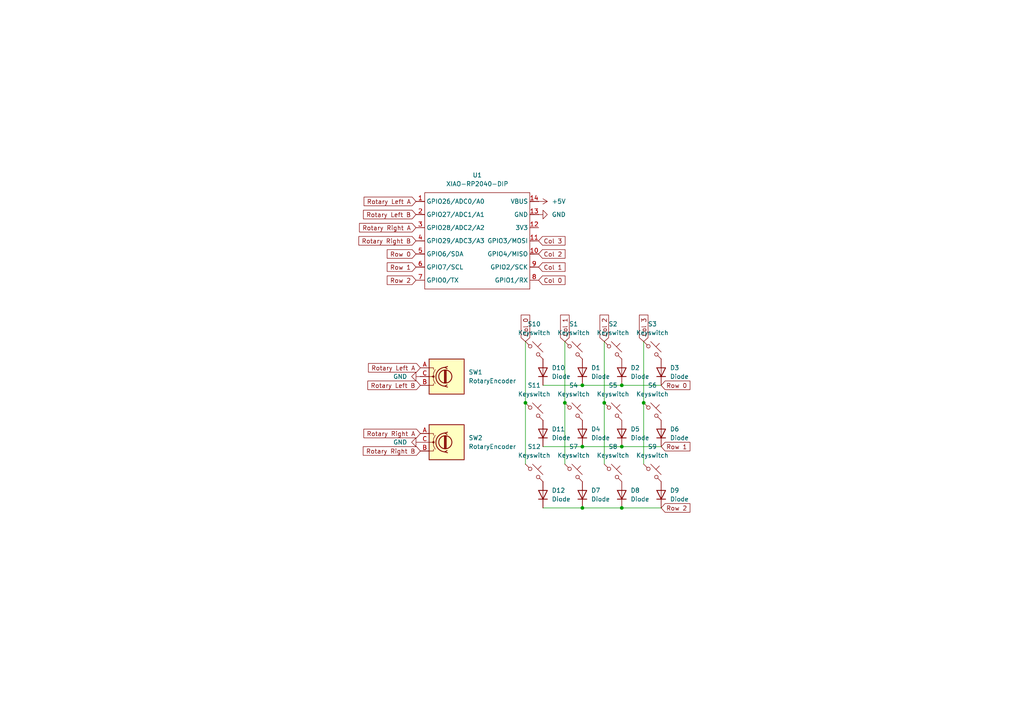
<source format=kicad_sch>
(kicad_sch (version 20231120) (generator "eeschema") (generator_version "8.0")
  (paper "A4")
  (lib_symbols
    (symbol "Device:RotaryEncoder" (pin_names (offset 0.254) hide)
      (property "Reference" "SW" (at 0 6.604 0))
      (property "Value" "RotaryEncoder" (at 0 -6.604 0))
      (symbol "RotaryEncoder_0_1"
        (rectangle (start -5.08 5.08) (end 5.08 -5.08) (stroke (width 0.254)) (fill (type background)))
        (circle (center -3.81 0) (radius 0.254) (fill (type outline)))
        (circle (center -0.381 0) (radius 1.905) (stroke (width 0.254)))
        (arc (start -0.381 2.667) (mid -3.0988 -0.0635) (end -0.381 -2.794) (stroke (width 0.254)))
        (polyline (pts (xy -0.635 -1.778) (xy -0.635 1.778)) (stroke (width 0.254)))
        (polyline (pts (xy -0.381 -1.778) (xy -0.381 1.778)) (stroke (width 0.254)))
        (polyline (pts (xy -0.127 1.778) (xy -0.127 -1.778)) (stroke (width 0.254)))
        (polyline (pts (xy -5.08 -2.54) (xy -3.81 -2.54) (xy -3.81 -2.032)))
        (polyline (pts (xy -5.08 2.54) (xy -3.81 2.54) (xy -3.81 2.032)))
        (polyline (pts (xy 0.254 -3.048) (xy -0.508 -2.794) (xy 0.127 -2.413)) (stroke (width 0.254)))
        (polyline (pts (xy 0.254 2.921) (xy -0.508 2.667) (xy 0.127 2.286)) (stroke (width 0.254)))
        (polyline (pts (xy -5.08 0) (xy -3.81 0) (xy -3.81 -1.016) (xy -3.302 -2.032)))
        (polyline (pts (xy -4.318 0) (xy -3.81 0) (xy -3.81 1.016) (xy -3.302 2.032)))
      )
      (symbol "RotaryEncoder_1_1"
        (pin passive line (at -7.62 2.54 0) (length 2.54) (name "A") (number "A"))
        (pin passive line (at -7.62 -2.54 0) (length 2.54) (name "B") (number "B"))
        (pin passive line (at -7.62 0 0) (length 2.54) (name "C") (number "C"))
      )
    )
    (symbol "OPL:XIAO-RP2040-DIP"
      (property "Reference" "U" (at 0 0 0))
      (property "Value" "XIAO-RP2040-DIP" (at 5.334 -1.778 0))
      (symbol "XIAO-RP2040-DIP_1_0"
        (polyline (pts (xy -1.27 -30.48) (xy -1.27 -16.51)) (stroke (width 0.1524)))
        (polyline (pts (xy -1.27 -27.94) (xy -2.54 -27.94)) (stroke (width 0.1524)))
        (polyline (pts (xy -1.27 -24.13) (xy -2.54 -24.13)) (stroke (width 0.1524)))
        (polyline (pts (xy -1.27 -20.32) (xy -2.54 -20.32)) (stroke (width 0.1524)))
        (polyline (pts (xy -1.27 -16.51) (xy -2.54 -16.51)) (stroke (width 0.1524)))
        (polyline (pts (xy -1.27 -16.51) (xy -1.27 -12.7)) (stroke (width 0.1524)))
        (polyline (pts (xy -1.27 -12.7) (xy -2.54 -12.7)) (stroke (width 0.1524)))
        (polyline (pts (xy -1.27 -12.7) (xy -1.27 -8.89)) (stroke (width 0.1524)))
        (polyline (pts (xy -1.27 -8.89) (xy -2.54 -8.89)) (stroke (width 0.1524)))
        (polyline (pts (xy -1.27 -8.89) (xy -1.27 -5.08)) (stroke (width 0.1524)))
        (polyline (pts (xy -1.27 -5.08) (xy -2.54 -5.08)) (stroke (width 0.1524)))
        (polyline (pts (xy -1.27 -5.08) (xy -1.27 -2.54)) (stroke (width 0.1524)))
        (polyline (pts (xy -1.27 -2.54) (xy 29.21 -2.54)) (stroke (width 0.1524)))
        (polyline (pts (xy 29.21 -30.48) (xy -1.27 -30.48)) (stroke (width 0.1524)))
        (polyline (pts (xy 29.21 -12.7) (xy 29.21 -30.48)) (stroke (width 0.1524)))
        (polyline (pts (xy 29.21 -8.89) (xy 29.21 -12.7)) (stroke (width 0.1524)))
        (polyline (pts (xy 29.21 -5.08) (xy 29.21 -8.89)) (stroke (width 0.1524)))
        (polyline (pts (xy 29.21 -2.54) (xy 29.21 -5.08)) (stroke (width 0.1524)))
        (polyline (pts (xy 30.48 -27.94) (xy 29.21 -27.94)) (stroke (width 0.1524)))
        (polyline (pts (xy 30.48 -24.13) (xy 29.21 -24.13)) (stroke (width 0.1524)))
        (polyline (pts (xy 30.48 -20.32) (xy 29.21 -20.32)) (stroke (width 0.1524)))
        (polyline (pts (xy 30.48 -16.51) (xy 29.21 -16.51)) (stroke (width 0.1524)))
        (polyline (pts (xy 30.48 -12.7) (xy 29.21 -12.7)) (stroke (width 0.1524)))
        (polyline (pts (xy 30.48 -8.89) (xy 29.21 -8.89)) (stroke (width 0.1524)))
        (polyline (pts (xy 30.48 -5.08) (xy 29.21 -5.08)) (stroke (width 0.1524)))
        (pin passive line (at -3.81 -5.08 0) (length 2.54) (name "GPIO26/ADC0/A0") (number "1"))
        (pin passive line (at 31.75 -20.32 180) (length 2.54) (name "GPIO4/MISO") (number "10"))
        (pin passive line (at 31.75 -16.51 180) (length 2.54) (name "GPIO3/MOSI") (number "11"))
        (pin passive line (at 31.75 -12.7 180) (length 2.54) (name "3V3") (number "12"))
        (pin passive line (at 31.75 -8.89 180) (length 2.54) (name "GND") (number "13"))
        (pin passive line (at 31.75 -5.08 180) (length 2.54) (name "VBUS") (number "14"))
        (pin passive line (at -3.81 -8.89 0) (length 2.54) (name "GPIO27/ADC1/A1") (number "2"))
        (pin passive line (at -3.81 -12.7 0) (length 2.54) (name "GPIO28/ADC2/A2") (number "3"))
        (pin passive line (at -3.81 -16.51 0) (length 2.54) (name "GPIO29/ADC3/A3") (number "4"))
        (pin passive line (at -3.81 -20.32 0) (length 2.54) (name "GPIO6/SDA") (number "5"))
        (pin passive line (at -3.81 -24.13 0) (length 2.54) (name "GPIO7/SCL") (number "6"))
        (pin passive line (at -3.81 -27.94 0) (length 2.54) (name "GPIO0/TX") (number "7"))
        (pin passive line (at 31.75 -27.94 180) (length 2.54) (name "GPIO1/RX") (number "8"))
        (pin passive line (at 31.75 -24.13 180) (length 2.54) (name "GPIO2/SCK") (number "9"))
      )
    )
    (symbol "ScottoKeebs:Placeholder_Diode" (pin_numbers hide) (pin_names hide)
      (property "Reference" "D" (at 0 2.54 0))
      (property "Value" "Diode" (at 0 -2.54 0))
      (symbol "Placeholder_Diode_0_1"
        (polyline (pts (xy -1.27 1.27) (xy -1.27 -1.27)) (stroke (width 0.254)))
        (polyline (pts (xy 1.27 0) (xy -1.27 0)))
        (polyline (pts (xy 1.27 1.27) (xy 1.27 -1.27) (xy -1.27 0) (xy 1.27 1.27)) (stroke (width 0.254)))
      )
      (symbol "Placeholder_Diode_1_1"
        (pin passive line (at -3.81 0 0) (length 2.54) (name "K") (number "1"))
        (pin passive line (at 3.81 0 180) (length 2.54) (name "A") (number "2"))
      )
    )
    (symbol "ScottoKeebs:Placeholder_Keyswitch" (pin_numbers hide) (pin_names (offset 1.016) hide)
      (property "Reference" "S" (at 3.048 1.016 0))
      (property "Value" "Keyswitch" (at 0 -3.81 0))
      (symbol "Placeholder_Keyswitch_0_1"
        (circle (center -1.1684 1.1684) (radius 0.508))
        (polyline (pts (xy -0.508 2.54) (xy 2.54 -0.508)))
        (polyline (pts (xy 1.016 1.016) (xy 2.032 2.032)))
        (polyline (pts (xy -2.54 2.54) (xy -1.524 1.524) (xy -1.524 1.524)))
        (polyline (pts (xy 1.524 -1.524) (xy 2.54 -2.54) (xy 2.54 -2.54) (xy 2.54 -2.54)))
        (circle (center 1.143 -1.1938) (radius 0.508))
        (pin passive line (at -2.54 2.54 0) (length 0) (name "1") (number "1"))
        (pin passive line (at 2.54 -2.54 180) (length 0) (name "2") (number "2"))
      )
    )
    (symbol "power:+5V" (power) (pin_numbers hide) (pin_names (offset 0) hide)
      (property "Value" "+5V" (at 0 3.556 0))
      (symbol "+5V_0_1"
        (polyline (pts (xy -0.762 1.27) (xy 0 2.54)))
        (polyline (pts (xy 0 0) (xy 0 2.54)))
        (polyline (pts (xy 0 2.54) (xy 0.762 1.27)))
      )
      (symbol "+5V_1_1"
        (pin power_in line (at 0 0 90) (length 0) (name "~") (number "1"))
      )
    )
    (symbol "power:GND" (power) (pin_numbers hide) (pin_names (offset 0) hide)
      (property "Value" "GND" (at 0 -3.81 0))
      (symbol "GND_0_1"
        (polyline (pts (xy 0 0) (xy 0 -1.27) (xy 1.27 -1.27) (xy 0 -2.54) (xy -1.27 -1.27) (xy 0 -1.27)))
      )
      (symbol "GND_1_1"
        (pin power_in line (at 0 0 270) (length 0) (name "~") (number "1"))
      )
    )
  )
  (junction (at 180.34 111.76))
  (junction (at 168.91 111.76))
  (junction (at 180.34 129.54))
  (junction (at 175.26 116.84))
  (junction (at 163.83 116.84))
  (junction (at 152.4 116.84))
  (junction (at 168.91 147.32))
  (junction (at 186.69 116.84))
  (junction (at 180.34 147.32))
  (junction (at 168.91 129.54))
  (wire (pts (xy 152.4 116.84) (xy 152.4 134.62)))
  (wire (pts (xy 175.26 116.84) (xy 175.26 134.62)))
  (wire (pts (xy 157.48 129.54) (xy 168.91 129.54)))
  (wire (pts (xy 175.26 99.06) (xy 175.26 116.84)))
  (wire (pts (xy 180.34 111.76) (xy 191.77 111.76)))
  (wire (pts (xy 180.34 147.32) (xy 191.77 147.32)))
  (wire (pts (xy 157.48 147.32) (xy 168.91 147.32)))
  (wire (pts (xy 163.83 116.84) (xy 163.83 134.62)))
  (wire (pts (xy 157.48 111.76) (xy 168.91 111.76)))
  (wire (pts (xy 163.83 99.06) (xy 163.83 116.84)))
  (wire (pts (xy 168.91 111.76) (xy 180.34 111.76)))
  (wire (pts (xy 168.91 147.32) (xy 180.34 147.32)))
  (wire (pts (xy 180.34 129.54) (xy 191.77 129.54)))
  (wire (pts (xy 152.4 99.06) (xy 152.4 116.84)))
  (wire (pts (xy 186.69 116.84) (xy 186.69 134.62)))
  (wire (pts (xy 186.69 99.06) (xy 186.69 116.84)))
  (wire (pts (xy 168.91 129.54) (xy 180.34 129.54)))
  (global_label "Col 0" (shape input) (at 156.21 81.28 0) (property "Intersheetrefs" "${INTERSHEET_REFS}" (effects (hide yes))))
  (global_label "Col 1" (shape input) (at 163.83 99.06 90) (property "Intersheetrefs" "${INTERSHEET_REFS}" (effects (hide yes))))
  (global_label "Rotary Left B" (shape input) (at 121.92 111.76 180) (property "Intersheetrefs" "${INTERSHEET_REFS}" (effects (hide yes))))
  (global_label "Rotary Left A" (shape input) (at 120.65 58.42 180) (property "Intersheetrefs" "${INTERSHEET_REFS}" (effects (hide yes))))
  (global_label "Rotary Right A" (shape input) (at 121.92 125.73 180) (property "Intersheetrefs" "${INTERSHEET_REFS}" (effects (hide yes))))
  (global_label "Rotary Right A" (shape input) (at 120.65 66.04 180) (property "Intersheetrefs" "${INTERSHEET_REFS}" (effects (hide yes))))
  (global_label "Col 2" (shape input) (at 175.26 99.06 90) (property "Intersheetrefs" "${INTERSHEET_REFS}" (effects (hide yes))))
  (global_label "Col 3" (shape input) (at 156.21 69.85 0) (property "Intersheetrefs" "${INTERSHEET_REFS}" (effects (hide yes))))
  (global_label "Row 1" (shape input) (at 120.65 77.47 180) (property "Intersheetrefs" "${INTERSHEET_REFS}" (effects (hide yes))))
  (global_label "Col 0" (shape input) (at 152.4 99.06 90) (property "Intersheetrefs" "${INTERSHEET_REFS}" (effects (hide yes))))
  (global_label "Rotary Right B" (shape input) (at 120.65 69.85 180) (property "Intersheetrefs" "${INTERSHEET_REFS}" (effects (hide yes))))
  (global_label "Rotary Left A" (shape input) (at 121.92 106.68 180) (property "Intersheetrefs" "${INTERSHEET_REFS}" (effects (hide yes))))
  (global_label "Col 2" (shape input) (at 156.21 73.66 0) (property "Intersheetrefs" "${INTERSHEET_REFS}" (effects (hide yes))))
  (global_label "Row 0" (shape input) (at 120.65 73.66 180) (property "Intersheetrefs" "${INTERSHEET_REFS}" (effects (hide yes))))
  (global_label "Col 1" (shape input) (at 156.21 77.47 0) (property "Intersheetrefs" "${INTERSHEET_REFS}" (effects (hide yes))))
  (global_label "Rotary Right B" (shape input) (at 121.92 130.81 180) (property "Intersheetrefs" "${INTERSHEET_REFS}" (effects (hide yes))))
  (global_label "Row 2" (shape input) (at 191.77 147.32 0) (property "Intersheetrefs" "${INTERSHEET_REFS}" (effects (hide yes))))
  (global_label "Col 3" (shape input) (at 186.69 99.06 90) (property "Intersheetrefs" "${INTERSHEET_REFS}" (effects (hide yes))))
  (global_label "Row 0" (shape input) (at 191.77 111.76 0) (property "Intersheetrefs" "${INTERSHEET_REFS}" (effects (hide yes))))
  (global_label "Row 2" (shape input) (at 120.65 81.28 180) (property "Intersheetrefs" "${INTERSHEET_REFS}" (effects (hide yes))))
  (global_label "Row 1" (shape input) (at 191.77 129.54 0) (property "Intersheetrefs" "${INTERSHEET_REFS}" (effects (hide yes))))
  (global_label "Rotary Left B" (shape input) (at 120.65 62.23 180) (property "Intersheetrefs" "${INTERSHEET_REFS}" (effects (hide yes))))
  (symbol (lib_id "ScottoKeebs:Placeholder_Keyswitch") (at 177.8 119.38 0) (unit 1)
    (property "Reference" "S5" (at 177.8 111.76 0))
    (property "Value" "Keyswitch" (at 177.8 114.3 0))
    (property "Footprint" "ScottoKeebs_MX:MX_PCB_1.00u" (effects (hide yes)))
    (property "Description" "Push button switch, normally open, two pins, 45° tilted" (effects (hide yes)))
  )
  (symbol (lib_id "Device:RotaryEncoder") (at 129.54 128.27 0) (unit 1)
    (property "Reference" "SW2" (at 135.89 126.9999 0) (effects (justify left)))
    (property "Value" "RotaryEncoder" (at 135.89 129.5399 0) (effects (justify left)))
    (property "Footprint" "Rotary_Encoder:RotaryEncoder_Alps_EC11E-Switch_Vertical_H20mm_CircularMountingHoles" (effects (hide yes)))
    (property "Description" "Rotary encoder, dual channel, incremental quadrate outputs" (effects (hide yes)))
  )
  (symbol (lib_id "ScottoKeebs:Placeholder_Keyswitch") (at 189.23 137.16 0) (unit 1)
    (property "Reference" "S9" (at 189.23 129.54 0))
    (property "Value" "Keyswitch" (at 189.23 132.08 0))
    (property "Footprint" "ScottoKeebs_MX:MX_PCB_1.00u" (effects (hide yes)))
    (property "Description" "Push button switch, normally open, two pins, 45° tilted" (effects (hide yes)))
  )
  (symbol (lib_id "ScottoKeebs:Placeholder_Keyswitch") (at 189.23 101.6 0) (unit 1)
    (property "Reference" "S3" (at 189.23 93.98 0))
    (property "Value" "Keyswitch" (at 189.23 96.52 0))
    (property "Footprint" "ScottoKeebs_MX:MX_PCB_1.00u" (effects (hide yes)))
    (property "Description" "Push button switch, normally open, two pins, 45° tilted" (effects (hide yes)))
  )
  (symbol (lib_id "ScottoKeebs:Placeholder_Keyswitch") (at 189.23 119.38 0) (unit 1)
    (property "Reference" "S6" (at 189.23 111.76 0))
    (property "Value" "Keyswitch" (at 189.23 114.3 0))
    (property "Footprint" "ScottoKeebs_MX:MX_PCB_1.00u" (effects (hide yes)))
    (property "Description" "Push button switch, normally open, two pins, 45° tilted" (effects (hide yes)))
  )
  (symbol (lib_id "ScottoKeebs:Placeholder_Diode") (at 157.48 107.95 90) (unit 1)
    (property "Reference" "D10" (at 160.02 106.6799 90) (effects (justify right)))
    (property "Value" "Diode" (at 160.02 109.2199 90) (effects (justify right)))
    (property "Footprint" "ScottoKeebs_Components:Diode_DO-35" (effects (hide yes)))
    (property "Description" "1N4148 (DO-35) or 1N4148W (SOD-123)" (effects (hide yes)))
    (property "Sim.Device" "D" (effects (hide yes)))
    (property "Sim.Pins" "1=K 2=A" (effects (hide yes)))
  )
  (symbol (lib_id "Device:RotaryEncoder") (at 129.54 109.22 0) (unit 1)
    (property "Reference" "SW1" (at 135.89 107.9499 0) (effects (justify left)))
    (property "Value" "RotaryEncoder" (at 135.89 110.4899 0) (effects (justify left)))
    (property "Footprint" "Rotary_Encoder:RotaryEncoder_Alps_EC11E-Switch_Vertical_H20mm_CircularMountingHoles" (effects (hide yes)))
    (property "Description" "Rotary encoder, dual channel, incremental quadrate outputs" (effects (hide yes)))
  )
  (symbol (lib_id "ScottoKeebs:Placeholder_Keyswitch") (at 154.94 137.16 0) (unit 1)
    (property "Reference" "S12" (at 154.94 129.54 0))
    (property "Value" "Keyswitch" (at 154.94 132.08 0))
    (property "Footprint" "ScottoKeebs_MX:MX_PCB_1.00u" (effects (hide yes)))
    (property "Description" "Push button switch, normally open, two pins, 45° tilted" (effects (hide yes)))
  )
  (symbol (lib_id "ScottoKeebs:Placeholder_Diode") (at 168.91 125.73 90) (unit 1)
    (property "Reference" "D4" (at 171.45 124.4599 90) (effects (justify right)))
    (property "Value" "Diode" (at 171.45 126.9999 90) (effects (justify right)))
    (property "Footprint" "ScottoKeebs_Components:Diode_DO-35" (effects (hide yes)))
    (property "Description" "1N4148 (DO-35) or 1N4148W (SOD-123)" (effects (hide yes)))
    (property "Sim.Device" "D" (effects (hide yes)))
    (property "Sim.Pins" "1=K 2=A" (effects (hide yes)))
  )
  (symbol (lib_id "ScottoKeebs:Placeholder_Diode") (at 168.91 143.51 90) (unit 1)
    (property "Reference" "D7" (at 171.45 142.2399 90) (effects (justify right)))
    (property "Value" "Diode" (at 171.45 144.7799 90) (effects (justify right)))
    (property "Footprint" "ScottoKeebs_Components:Diode_DO-35" (effects (hide yes)))
    (property "Description" "1N4148 (DO-35) or 1N4148W (SOD-123)" (effects (hide yes)))
    (property "Sim.Device" "D" (effects (hide yes)))
    (property "Sim.Pins" "1=K 2=A" (effects (hide yes)))
  )
  (symbol (lib_id "ScottoKeebs:Placeholder_Diode") (at 191.77 107.95 90) (unit 1)
    (property "Reference" "D3" (at 194.31 106.6799 90) (effects (justify right)))
    (property "Value" "Diode" (at 194.31 109.2199 90) (effects (justify right)))
    (property "Footprint" "ScottoKeebs_Components:Diode_DO-35" (effects (hide yes)))
    (property "Description" "1N4148 (DO-35) or 1N4148W (SOD-123)" (effects (hide yes)))
    (property "Sim.Device" "D" (effects (hide yes)))
    (property "Sim.Pins" "1=K 2=A" (effects (hide yes)))
  )
  (symbol (lib_id "ScottoKeebs:Placeholder_Diode") (at 191.77 143.51 90) (unit 1)
    (property "Reference" "D9" (at 194.31 142.2399 90) (effects (justify right)))
    (property "Value" "Diode" (at 194.31 144.7799 90) (effects (justify right)))
    (property "Footprint" "ScottoKeebs_Components:Diode_DO-35" (effects (hide yes)))
    (property "Description" "1N4148 (DO-35) or 1N4148W (SOD-123)" (effects (hide yes)))
    (property "Sim.Device" "D" (effects (hide yes)))
    (property "Sim.Pins" "1=K 2=A" (effects (hide yes)))
  )
  (symbol (lib_id "power:+5V") (at 156.21 58.42 270) (unit 1)
    (property "Reference" "#PWR02" (effects (hide yes)))
    (property "Value" "+5V" (at 160.02 58.4199 90) (effects (justify left)))
    (property "Description" "Power symbol creates a global label with name \"+5V\"" (effects (hide yes)))
  )
  (symbol (lib_id "ScottoKeebs:Placeholder_Diode") (at 191.77 125.73 90) (unit 1)
    (property "Reference" "D6" (at 194.31 124.4599 90) (effects (justify right)))
    (property "Value" "Diode" (at 194.31 126.9999 90) (effects (justify right)))
    (property "Footprint" "ScottoKeebs_Components:Diode_DO-35" (effects (hide yes)))
    (property "Description" "1N4148 (DO-35) or 1N4148W (SOD-123)" (effects (hide yes)))
    (property "Sim.Device" "D" (effects (hide yes)))
    (property "Sim.Pins" "1=K 2=A" (effects (hide yes)))
  )
  (symbol (lib_id "power:GND") (at 121.92 109.22 270) (unit 1)
    (property "Reference" "#PWR03" (effects (hide yes)))
    (property "Value" "GND" (at 118.11 109.2199 90) (effects (justify right)))
    (property "Description" "Power symbol creates a global label with name \"GND\" , ground" (effects (hide yes)))
  )
  (symbol (lib_id "ScottoKeebs:Placeholder_Diode") (at 180.34 143.51 90) (unit 1)
    (property "Reference" "D8" (at 182.88 142.2399 90) (effects (justify right)))
    (property "Value" "Diode" (at 182.88 144.7799 90) (effects (justify right)))
    (property "Footprint" "ScottoKeebs_Components:Diode_DO-35" (effects (hide yes)))
    (property "Description" "1N4148 (DO-35) or 1N4148W (SOD-123)" (effects (hide yes)))
    (property "Sim.Device" "D" (effects (hide yes)))
    (property "Sim.Pins" "1=K 2=A" (effects (hide yes)))
  )
  (symbol (lib_id "OPL:XIAO-RP2040-DIP") (at 124.46 53.34 0) (unit 1)
    (property "Reference" "U1" (at 138.43 50.8 0))
    (property "Value" "XIAO-RP2040-DIP" (at 138.43 53.34 0))
    (property "Footprint" "XIAO-RP2040-DIP" (effects (hide yes)))
  )
  (symbol (lib_id "ScottoKeebs:Placeholder_Diode") (at 157.48 143.51 90) (unit 1)
    (property "Reference" "D12" (at 160.02 142.2399 90) (effects (justify right)))
    (property "Value" "Diode" (at 160.02 144.7799 90) (effects (justify right)))
    (property "Footprint" "ScottoKeebs_Components:Diode_DO-35" (effects (hide yes)))
    (property "Description" "1N4148 (DO-35) or 1N4148W (SOD-123)" (effects (hide yes)))
    (property "Sim.Device" "D" (effects (hide yes)))
    (property "Sim.Pins" "1=K 2=A" (effects (hide yes)))
  )
  (symbol (lib_id "ScottoKeebs:Placeholder_Diode") (at 180.34 107.95 90) (unit 1)
    (property "Reference" "D2" (at 182.88 106.6799 90) (effects (justify right)))
    (property "Value" "Diode" (at 182.88 109.2199 90) (effects (justify right)))
    (property "Footprint" "ScottoKeebs_Components:Diode_DO-35" (effects (hide yes)))
    (property "Description" "1N4148 (DO-35) or 1N4148W (SOD-123)" (effects (hide yes)))
    (property "Sim.Device" "D" (effects (hide yes)))
    (property "Sim.Pins" "1=K 2=A" (effects (hide yes)))
  )
  (symbol (lib_id "ScottoKeebs:Placeholder_Diode") (at 157.48 125.73 90) (unit 1)
    (property "Reference" "D11" (at 160.02 124.4599 90) (effects (justify right)))
    (property "Value" "Diode" (at 160.02 126.9999 90) (effects (justify right)))
    (property "Footprint" "ScottoKeebs_Components:Diode_DO-35" (effects (hide yes)))
    (property "Description" "1N4148 (DO-35) or 1N4148W (SOD-123)" (effects (hide yes)))
    (property "Sim.Device" "D" (effects (hide yes)))
    (property "Sim.Pins" "1=K 2=A" (effects (hide yes)))
  )
  (symbol (lib_id "ScottoKeebs:Placeholder_Keyswitch") (at 166.37 101.6 0) (unit 1)
    (property "Reference" "S1" (at 166.37 93.98 0))
    (property "Value" "Keyswitch" (at 166.37 96.52 0))
    (property "Footprint" "ScottoKeebs_MX:MX_PCB_1.00u" (effects (hide yes)))
    (property "Description" "Push button switch, normally open, two pins, 45° tilted" (effects (hide yes)))
  )
  (symbol (lib_id "ScottoKeebs:Placeholder_Diode") (at 180.34 125.73 90) (unit 1)
    (property "Reference" "D5" (at 182.88 124.4599 90) (effects (justify right)))
    (property "Value" "Diode" (at 182.88 126.9999 90) (effects (justify right)))
    (property "Footprint" "ScottoKeebs_Components:Diode_DO-35" (effects (hide yes)))
    (property "Description" "1N4148 (DO-35) or 1N4148W (SOD-123)" (effects (hide yes)))
    (property "Sim.Device" "D" (effects (hide yes)))
    (property "Sim.Pins" "1=K 2=A" (effects (hide yes)))
  )
  (symbol (lib_id "ScottoKeebs:Placeholder_Keyswitch") (at 177.8 137.16 0) (unit 1)
    (property "Reference" "S8" (at 177.8 129.54 0))
    (property "Value" "Keyswitch" (at 177.8 132.08 0))
    (property "Footprint" "ScottoKeebs_MX:MX_PCB_1.00u" (effects (hide yes)))
    (property "Description" "Push button switch, normally open, two pins, 45° tilted" (effects (hide yes)))
  )
  (symbol (lib_id "ScottoKeebs:Placeholder_Keyswitch") (at 154.94 101.6 0) (unit 1)
    (property "Reference" "S10" (at 154.94 93.98 0))
    (property "Value" "Keyswitch" (at 154.94 96.52 0))
    (property "Footprint" "ScottoKeebs_MX:MX_PCB_1.00u" (effects (hide yes)))
    (property "Description" "Push button switch, normally open, two pins, 45° tilted" (effects (hide yes)))
  )
  (symbol (lib_id "ScottoKeebs:Placeholder_Diode") (at 168.91 107.95 90) (unit 1)
    (property "Reference" "D1" (at 171.45 106.6799 90) (effects (justify right)))
    (property "Value" "Diode" (at 171.45 109.2199 90) (effects (justify right)))
    (property "Footprint" "ScottoKeebs_Components:Diode_DO-35" (effects (hide yes)))
    (property "Description" "1N4148 (DO-35) or 1N4148W (SOD-123)" (effects (hide yes)))
    (property "Sim.Device" "D" (effects (hide yes)))
    (property "Sim.Pins" "1=K 2=A" (effects (hide yes)))
  )
  (symbol (lib_id "ScottoKeebs:Placeholder_Keyswitch") (at 166.37 137.16 0) (unit 1)
    (property "Reference" "S7" (at 166.37 129.54 0))
    (property "Value" "Keyswitch" (at 166.37 132.08 0))
    (property "Footprint" "ScottoKeebs_MX:MX_PCB_1.00u" (effects (hide yes)))
    (property "Description" "Push button switch, normally open, two pins, 45° tilted" (effects (hide yes)))
  )
  (symbol (lib_id "power:GND") (at 156.21 62.23 90) (unit 1)
    (property "Reference" "#PWR01" (effects (hide yes)))
    (property "Value" "GND" (at 160.02 62.2299 90) (effects (justify right)))
    (property "Description" "Power symbol creates a global label with name \"GND\" , ground" (effects (hide yes)))
  )
  (symbol (lib_id "ScottoKeebs:Placeholder_Keyswitch") (at 166.37 119.38 0) (unit 1)
    (property "Reference" "S4" (at 166.37 111.76 0))
    (property "Value" "Keyswitch" (at 166.37 114.3 0))
    (property "Footprint" "ScottoKeebs_MX:MX_PCB_1.00u" (effects (hide yes)))
    (property "Description" "Push button switch, normally open, two pins, 45° tilted" (effects (hide yes)))
  )
  (symbol (lib_id "power:GND") (at 121.92 128.27 270) (unit 1)
    (property "Reference" "#PWR04" (effects (hide yes)))
    (property "Value" "GND" (at 118.11 128.2699 90) (effects (justify right)))
    (property "Description" "Power symbol creates a global label with name \"GND\" , ground" (effects (hide yes)))
  )
  (symbol (lib_id "ScottoKeebs:Placeholder_Keyswitch") (at 177.8 101.6 0) (unit 1)
    (property "Reference" "S2" (at 177.8 93.98 0))
    (property "Value" "Keyswitch" (at 177.8 96.52 0))
    (property "Footprint" "ScottoKeebs_MX:MX_PCB_1.00u" (effects (hide yes)))
    (property "Description" "Push button switch, normally open, two pins, 45° tilted" (effects (hide yes)))
  )
  (symbol (lib_id "ScottoKeebs:Placeholder_Keyswitch") (at 154.94 119.38 0) (unit 1)
    (property "Reference" "S11" (at 154.94 111.76 0))
    (property "Value" "Keyswitch" (at 154.94 114.3 0))
    (property "Footprint" "ScottoKeebs_MX:MX_PCB_1.00u" (effects (hide yes)))
    (property "Description" "Push button switch, normally open, two pins, 45° tilted" (effects (hide yes)))
  )
)
</source>
